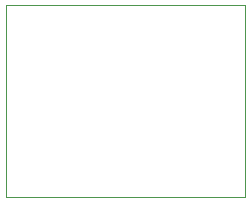
<source format=gm1>
%TF.GenerationSoftware,KiCad,Pcbnew,7.0.2*%
%TF.CreationDate,2023-07-27T03:21:22-04:00*%
%TF.ProjectId,hellerune-switchy,68656c6c-6572-4756-9e65-2d7377697463,1.0*%
%TF.SameCoordinates,Original*%
%TF.FileFunction,Profile,NP*%
%FSLAX46Y46*%
G04 Gerber Fmt 4.6, Leading zero omitted, Abs format (unit mm)*
G04 Created by KiCad (PCBNEW 7.0.2) date 2023-07-27 03:21:22*
%MOMM*%
%LPD*%
G01*
G04 APERTURE LIST*
%TA.AperFunction,Profile*%
%ADD10C,0.050000*%
%TD*%
G04 APERTURE END LIST*
D10*
X138500000Y-90500000D02*
X150000000Y-90500000D01*
X158750000Y-90500000D02*
X158750000Y-106750000D01*
X158750000Y-106750000D02*
X138500000Y-106750000D01*
X138500000Y-106750000D02*
X138500000Y-90500000D01*
X150000000Y-90500000D02*
X158750000Y-90500000D01*
M02*

</source>
